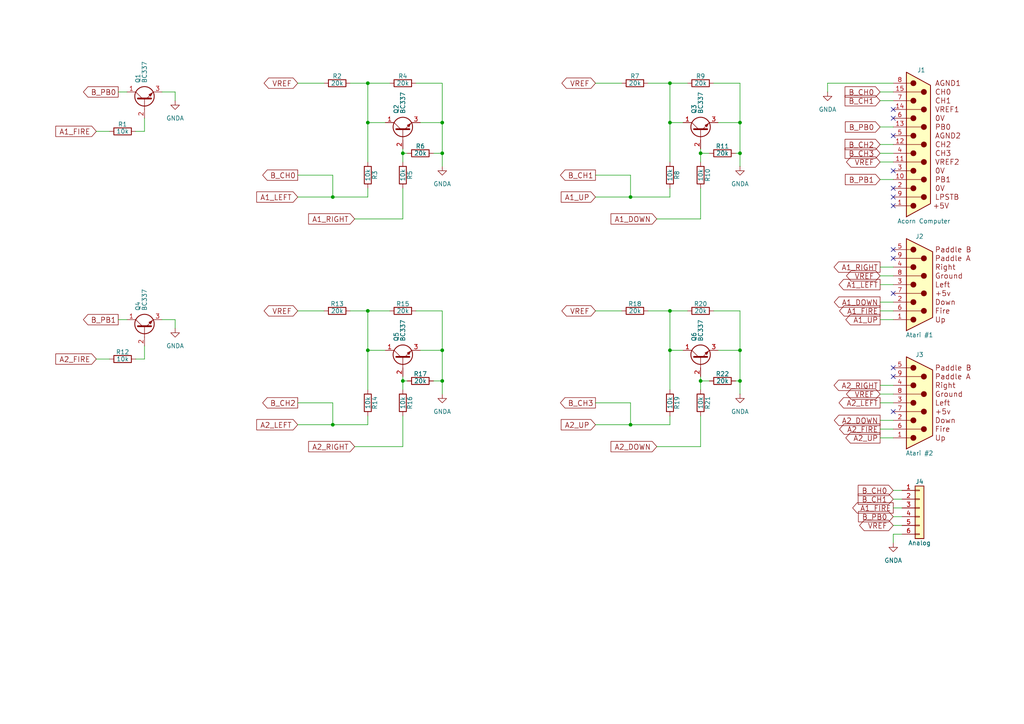
<source format=kicad_sch>
(kicad_sch (version 20250114) (generator "eeschema") (generator_version "9.0")
  (paper "A4")
  (lib_symbols
    (symbol "BC337_1" (pin_names (offset 0) (hide yes))
      (property "Reference" "Q" (at 5.08 1.905 0))
      (property "Value" "BC337" (at 5.08 0 0))
      (symbol "BC337_1_1_1"
        (pin input line (at -5.08 0 0) (length 5.08) (name "B") (number "2"))
        (pin passive line (at 2.54 5.08 270) (length 2.54) (name "C") (number "1"))
        (pin passive line (at 2.54 -5.08 90) (length 2.54) (name "E") (number "3"))
      )
    )
    (symbol "BC337_2" (pin_names (offset 0) (hide yes))
      (property "Reference" "Q" (at 5.08 1.905 0))
      (property "Value" "BC337" (at 5.08 0 0))
      (symbol "BC337_2_1_1"
        (pin input line (at -5.08 0 0) (length 5.08) (name "B") (number "2"))
        (pin passive line (at 2.54 5.08 270) (length 2.54) (name "C") (number "1"))
        (pin passive line (at 2.54 -5.08 90) (length 2.54) (name "E") (number "3"))
      )
    )
    (symbol "BC337_3" (pin_names (offset 0) (hide yes))
      (property "Reference" "Q" (at 5.08 1.905 0))
      (property "Value" "BC337" (at 5.08 0 0))
      (symbol "BC337_3_1_1"
        (pin input line (at -5.08 0 0) (length 5.08) (name "B") (number "2"))
        (pin passive line (at 2.54 5.08 270) (length 2.54) (name "C") (number "1"))
        (pin passive line (at 2.54 -5.08 90) (length 2.54) (name "E") (number "3"))
      )
    )
    (symbol "BC337_4" (pin_names (offset 0) (hide yes))
      (property "Reference" "Q" (at 5.08 1.905 0))
      (property "Value" "BC337" (at 5.08 0 0))
      (symbol "BC337_4_1_1"
        (pin input line (at -5.08 0 0) (length 5.08) (name "B") (number "2"))
        (pin passive line (at 2.54 5.08 270) (length 2.54) (name "C") (number "1"))
        (pin passive line (at 2.54 -5.08 90) (length 2.54) (name "E") (number "3"))
      )
    )
    (symbol "BC337_5" (pin_names (offset 0) (hide yes))
      (property "Reference" "Q" (at 5.08 1.905 0))
      (property "Value" "BC337" (at 5.08 0 0))
      (symbol "BC337_5_1_1"
        (pin input line (at -5.08 0 0) (length 5.08) (name "B") (number "2"))
        (pin passive line (at 2.54 5.08 270) (length 2.54) (name "C") (number "1"))
        (pin passive line (at 2.54 -5.08 90) (length 2.54) (name "E") (number "3"))
      )
    )
    (symbol "BC337_6" (pin_names (offset 0) (hide yes))
      (property "Reference" "Q" (at 5.08 1.905 0))
      (property "Value" "BC337" (at 5.08 0 0))
      (symbol "BC337_6_1_1"
        (pin input line (at -5.08 0 0) (length 5.08) (name "B") (number "2"))
        (pin passive line (at 2.54 5.08 270) (length 2.54) (name "C") (number "1"))
        (pin passive line (at 2.54 -5.08 90) (length 2.54) (name "E") (number "3"))
      )
    )
    (symbol "Conn_01x06_1" (pin_names (offset 1.016) (hide yes))
      (property "Reference" "J" (at 0 7.62 0))
      (property "Value" "Conn_01x06" (at 0 -10.16 0))
      (symbol "Conn_01x06_1_1_1"
        (pin passive line (at -5.08 5.08 0) (length 3.81) (name "Pin_1") (number "1"))
        (pin passive line (at -5.08 2.54 0) (length 3.81) (name "Pin_2") (number "2"))
        (pin passive line (at -5.08 0 0) (length 3.81) (name "Pin_3") (number "3"))
        (pin passive line (at -5.08 -2.54 0) (length 3.81) (name "Pin_4") (number "4"))
        (pin passive line (at -5.08 -5.08 0) (length 3.81) (name "Pin_5") (number "5"))
        (pin passive line (at -5.08 -7.62 0) (length 3.81) (name "Pin_6") (number "6"))
      )
    )
    (symbol "Connector_Generic:Conn_01x06" (pin_names (offset 1.016) (hide yes))
      (property "Reference" "J" (at 0 7.62 0))
      (property "Value" "Conn_01x06" (at 0 -10.16 0))
      (symbol "Conn_01x06_1_1"
        (pin passive line (at -5.08 5.08 0) (length 3.81) (name "Pin_1") (number "1"))
        (pin passive line (at -5.08 2.54 0) (length 3.81) (name "Pin_2") (number "2"))
        (pin passive line (at -5.08 0 0) (length 3.81) (name "Pin_3") (number "3"))
        (pin passive line (at -5.08 -2.54 0) (length 3.81) (name "Pin_4") (number "4"))
        (pin passive line (at -5.08 -5.08 0) (length 3.81) (name "Pin_5") (number "5"))
        (pin passive line (at -5.08 -7.62 0) (length 3.81) (name "Pin_6") (number "6"))
      )
    )
    (symbol "Device:R" (pin_numbers (hide yes)) (pin_names (offset 0))
      (property "Reference" "R" (at 2.032 0 90))
      (property "Value" "R" (at 0 0 90))
      (symbol "R_1_1"
        (pin passive line (at 0 3.81 270) (length 1.27) (name "~") (number "1"))
        (pin passive line (at 0 -3.81 90) (length 1.27) (name "~") (number "2"))
      )
    )
    (symbol "GNDA_1" (power) (pin_names (offset 0))
      (property "Value" "GNDA" (at 0 -3.81 0))
      (symbol "GNDA_1_1_1"
        (pin power_in line (at 0 0 270) (length 0) (hide yes) (name "GNDA") (number "1"))
      )
    )
    (symbol "GNDA_2" (power) (pin_names (offset 0))
      (property "Value" "GNDA" (at 0 -3.81 0))
      (symbol "GNDA_2_1_1"
        (pin power_in line (at 0 0 270) (length 0) (hide yes) (name "GNDA") (number "1"))
      )
    )
    (symbol "GNDA_3" (power) (pin_names (offset 0))
      (property "Value" "GNDA" (at 0 -3.81 0))
      (symbol "GNDA_3_1_1"
        (pin power_in line (at 0 0 270) (length 0) (hide yes) (name "GNDA") (number "1"))
      )
    )
    (symbol "GNDA_4" (power) (pin_names (offset 0))
      (property "Value" "GNDA" (at 0 -3.81 0))
      (symbol "GNDA_4_1_1"
        (pin power_in line (at 0 0 270) (length 0) (hide yes) (name "GNDA") (number "1"))
      )
    )
    (symbol "GNDA_5" (power) (pin_names (offset 0))
      (property "Value" "GNDA" (at 0 -3.81 0))
      (symbol "GNDA_5_1_1"
        (pin power_in line (at 0 0 270) (length 0) (hide yes) (name "GNDA") (number "1"))
      )
    )
    (symbol "GNDA_6" (power) (pin_names (offset 0))
      (property "Value" "GNDA" (at 0 -3.81 0))
      (symbol "GNDA_6_1_1"
        (pin power_in line (at 0 0 270) (length 0) (hide yes) (name "GNDA") (number "1"))
      )
    )
    (symbol "GNDA_7" (power) (pin_names (offset 0))
      (property "Value" "GNDA" (at 0 -3.81 0))
      (symbol "GNDA_7_1_1"
        (pin power_in line (at 0 0 270) (length 0) (hide yes) (name "GNDA") (number "1"))
      )
    )
    (symbol "GNDA_8" (power) (pin_names (offset 0))
      (property "Value" "GNDA" (at 0 -3.81 0))
      (symbol "GNDA_8_1_1"
        (pin power_in line (at 0 0 270) (length 0) (hide yes) (name "GNDA") (number "1"))
      )
    )
    (symbol "R_1" (pin_numbers (hide yes)) (pin_names (offset 0))
      (property "Reference" "R" (at 2.032 0 90))
      (property "Value" "R" (at 0 0 90))
      (symbol "R_1_1_1"
        (pin passive line (at 0 3.81 270) (length 1.27) (name "~") (number "1"))
        (pin passive line (at 0 -3.81 90) (length 1.27) (name "~") (number "2"))
      )
    )
    (symbol "R_10" (pin_numbers (hide yes)) (pin_names (offset 0))
      (property "Reference" "R" (at 2.032 0 90))
      (property "Value" "R" (at 0 0 90))
      (symbol "R_10_1_1"
        (pin passive line (at 0 3.81 270) (length 1.27) (name "~") (number "1"))
        (pin passive line (at 0 -3.81 90) (length 1.27) (name "~") (number "2"))
      )
    )
    (symbol "R_11" (pin_numbers (hide yes)) (pin_names (offset 0))
      (property "Reference" "R" (at 2.032 0 90))
      (property "Value" "R" (at 0 0 90))
      (symbol "R_11_1_1"
        (pin passive line (at 0 3.81 270) (length 1.27) (name "~") (number "1"))
        (pin passive line (at 0 -3.81 90) (length 1.27) (name "~") (number "2"))
      )
    )
    (symbol "R_12" (pin_numbers (hide yes)) (pin_names (offset 0))
      (property "Reference" "R" (at 2.032 0 90))
      (property "Value" "R" (at 0 0 90))
      (symbol "R_12_1_1"
        (pin passive line (at 0 3.81 270) (length 1.27) (name "~") (number "1"))
        (pin passive line (at 0 -3.81 90) (length 1.27) (name "~") (number "2"))
      )
    )
    (symbol "R_13" (pin_numbers (hide yes)) (pin_names (offset 0))
      (property "Reference" "R" (at 2.032 0 90))
      (property "Value" "R" (at 0 0 90))
      (symbol "R_13_1_1"
        (pin passive line (at 0 3.81 270) (length 1.27) (name "~") (number "1"))
        (pin passive line (at 0 -3.81 90) (length 1.27) (name "~") (number "2"))
      )
    )
    (symbol "R_14" (pin_numbers (hide yes)) (pin_names (offset 0))
      (property "Reference" "R" (at 2.032 0 90))
      (property "Value" "R" (at 0 0 90))
      (symbol "R_14_1_1"
        (pin passive line (at 0 3.81 270) (length 1.27) (name "~") (number "1"))
        (pin passive line (at 0 -3.81 90) (length 1.27) (name "~") (number "2"))
      )
    )
    (symbol "R_15" (pin_numbers (hide yes)) (pin_names (offset 0))
      (property "Reference" "R" (at 2.032 0 90))
      (property "Value" "R" (at 0 0 90))
      (symbol "R_15_1_1"
        (pin passive line (at 0 3.81 270) (length 1.27) (name "~") (number "1"))
        (pin passive line (at 0 -3.81 90) (length 1.27) (name "~") (number "2"))
      )
    )
    (symbol "R_16" (pin_numbers (hide yes)) (pin_names (offset 0))
      (property "Reference" "R" (at 2.032 0 90))
      (property "Value" "R" (at 0 0 90))
      (symbol "R_16_1_1"
        (pin passive line (at 0 3.81 270) (length 1.27) (name "~") (number "1"))
        (pin passive line (at 0 -3.81 90) (length 1.27) (name "~") (number "2"))
      )
    )
    (symbol "R_17" (pin_numbers (hide yes)) (pin_names (offset 0))
      (property "Reference" "R" (at 2.032 0 90))
      (property "Value" "R" (at 0 0 90))
      (symbol "R_17_1_1"
        (pin passive line (at 0 3.81 270) (length 1.27) (name "~") (number "1"))
        (pin passive line (at 0 -3.81 90) (length 1.27) (name "~") (number "2"))
      )
    )
    (symbol "R_18" (pin_numbers (hide yes)) (pin_names (offset 0))
      (property "Reference" "R" (at 2.032 0 90))
      (property "Value" "R" (at 0 0 90))
      (symbol "R_18_1_1"
        (pin passive line (at 0 3.81 270) (length 1.27) (name "~") (number "1"))
        (pin passive line (at 0 -3.81 90) (length 1.27) (name "~") (number "2"))
      )
    )
    (symbol "R_19" (pin_numbers (hide yes)) (pin_names (offset 0))
      (property "Reference" "R" (at 2.032 0 90))
      (property "Value" "R" (at 0 0 90))
      (symbol "R_19_1_1"
        (pin passive line (at 0 3.81 270) (length 1.27) (name "~") (number "1"))
        (pin passive line (at 0 -3.81 90) (length 1.27) (name "~") (number "2"))
      )
    )
    (symbol "R_2" (pin_numbers (hide yes)) (pin_names (offset 0))
      (property "Reference" "R" (at 2.032 0 90))
      (property "Value" "R" (at 0 0 90))
      (symbol "R_2_1_1"
        (pin passive line (at 0 3.81 270) (length 1.27) (name "~") (number "1"))
        (pin passive line (at 0 -3.81 90) (length 1.27) (name "~") (number "2"))
      )
    )
    (symbol "R_20" (pin_numbers (hide yes)) (pin_names (offset 0))
      (property "Reference" "R" (at 2.032 0 90))
      (property "Value" "R" (at 0 0 90))
      (symbol "R_20_1_1"
        (pin passive line (at 0 3.81 270) (length 1.27) (name "~") (number "1"))
        (pin passive line (at 0 -3.81 90) (length 1.27) (name "~") (number "2"))
      )
    )
    (symbol "R_21" (pin_numbers (hide yes)) (pin_names (offset 0))
      (property "Reference" "R" (at 2.032 0 90))
      (property "Value" "R" (at 0 0 90))
      (symbol "R_21_1_1"
        (pin passive line (at 0 3.81 270) (length 1.27) (name "~") (number "1"))
        (pin passive line (at 0 -3.81 90) (length 1.27) (name "~") (number "2"))
      )
    )
    (symbol "R_22" (pin_numbers (hide yes)) (pin_names (offset 0))
      (property "Reference" "R" (at 2.032 0 90))
      (property "Value" "R" (at 0 0 90))
      (symbol "R_22_1_1"
        (pin passive line (at 0 3.81 270) (length 1.27) (name "~") (number "1"))
        (pin passive line (at 0 -3.81 90) (length 1.27) (name "~") (number "2"))
      )
    )
    (symbol "R_3" (pin_numbers (hide yes)) (pin_names (offset 0))
      (property "Reference" "R" (at 2.032 0 90))
      (property "Value" "R" (at 0 0 90))
      (symbol "R_3_1_1"
        (pin passive line (at 0 3.81 270) (length 1.27) (name "~") (number "1"))
        (pin passive line (at 0 -3.81 90) (length 1.27) (name "~") (number "2"))
      )
    )
    (symbol "R_4" (pin_numbers (hide yes)) (pin_names (offset 0))
      (property "Reference" "R" (at 2.032 0 90))
      (property "Value" "R" (at 0 0 90))
      (symbol "R_4_1_1"
        (pin passive line (at 0 3.81 270) (length 1.27) (name "~") (number "1"))
        (pin passive line (at 0 -3.81 90) (length 1.27) (name "~") (number "2"))
      )
    )
    (symbol "R_5" (pin_numbers (hide yes)) (pin_names (offset 0))
      (property "Reference" "R" (at 2.032 0 90))
      (property "Value" "R" (at 0 0 90))
      (symbol "R_5_1_1"
        (pin passive line (at 0 3.81 270) (length 1.27) (name "~") (number "1"))
        (pin passive line (at 0 -3.81 90) (length 1.27) (name "~") (number "2"))
      )
    )
    (symbol "R_6" (pin_numbers (hide yes)) (pin_names (offset 0))
      (property "Reference" "R" (at 2.032 0 90))
      (property "Value" "R" (at 0 0 90))
      (symbol "R_6_1_1"
        (pin passive line (at 0 3.81 270) (length 1.27) (name "~") (number "1"))
        (pin passive line (at 0 -3.81 90) (length 1.27) (name "~") (number "2"))
      )
    )
    (symbol "R_7" (pin_numbers (hide yes)) (pin_names (offset 0))
      (property "Reference" "R" (at 2.032 0 90))
      (property "Value" "R" (at 0 0 90))
      (symbol "R_7_1_1"
        (pin passive line (at 0 3.81 270) (length 1.27) (name "~") (number "1"))
        (pin passive line (at 0 -3.81 90) (length 1.27) (name "~") (number "2"))
      )
    )
    (symbol "R_8" (pin_numbers (hide yes)) (pin_names (offset 0))
      (property "Reference" "R" (at 2.032 0 90))
      (property "Value" "R" (at 0 0 90))
      (symbol "R_8_1_1"
        (pin passive line (at 0 3.81 270) (length 1.27) (name "~") (number "1"))
        (pin passive line (at 0 -3.81 90) (length 1.27) (name "~") (number "2"))
      )
    )
    (symbol "R_9" (pin_numbers (hide yes)) (pin_names (offset 0))
      (property "Reference" "R" (at 2.032 0 90))
      (property "Value" "R" (at 0 0 90))
      (symbol "R_9_1_1"
        (pin passive line (at 0 3.81 270) (length 1.27) (name "~") (number "1"))
        (pin passive line (at 0 -3.81 90) (length 1.27) (name "~") (number "2"))
      )
    )
    (symbol "Transistor_BJT:BC337" (pin_names (offset 0) (hide yes))
      (property "Reference" "Q" (at 5.08 1.905 0))
      (property "Value" "BC337" (at 5.08 0 0))
      (symbol "BC337_1_1"
        (pin input line (at -5.08 0 0) (length 2.54) (name "B") (number "2"))
        (pin passive line (at 2.54 5.08 270) (length 2.54) (name "C") (number "1"))
        (pin passive line (at 2.54 -5.08 90) (length 2.54) (name "E") (number "3"))
      )
    )
    (symbol "ports:Atari_Joystick" (pin_names (offset 1.016) (hide yes))
      (property "Reference" "J" (at 0 13.97 0))
      (property "Value" "Atari_Joystick" (at 0 -14.605 0))
      (symbol "Atari_Joystick_0_0"
        (text "Paddle B" (at 4.445 10.16 0) (effects (font (size 1.524 1.524)) (justify left)))
        (text "Paddle A" (at 4.445 7.62 0) (effects (font (size 1.524 1.524)) (justify left)))
        (text "Right" (at 4.445 5.08 0) (effects (font (size 1.524 1.524)) (justify left)))
        (text "Ground" (at 4.445 2.54 0) (effects (font (size 1.524 1.524)) (justify left)))
        (text "Left" (at 4.445 0 0) (effects (font (size 1.524 1.524)) (justify left)))
        (text "+5v" (at 4.445 -2.54 0) (effects (font (size 1.524 1.524)) (justify left)))
        (text "Down" (at 4.445 -5.08 0) (effects (font (size 1.524 1.524)) (justify left)))
        (text "Fire" (at 4.445 -7.62 0) (effects (font (size 1.524 1.524)) (justify left)))
        (text "Up" (at 4.445 -10.16 0) (effects (font (size 1.524 1.524)) (justify left)))
      )
      (symbol "Atari_Joystick_1_1"
        (pin passive line (at -7.62 10.16 0) (length 3.81) (name "5") (number "5"))
        (pin passive line (at -7.62 7.62 0) (length 3.81) (name "9") (number "9"))
        (pin passive line (at -7.62 5.08 0) (length 3.81) (name "4") (number "4"))
        (pin passive line (at -7.62 2.54 0) (length 3.81) (name "8") (number "8"))
        (pin passive line (at -7.62 0 0) (length 3.81) (name "3") (number "3"))
        (pin passive line (at -7.62 -2.54 0) (length 3.81) (name "7") (number "7"))
        (pin passive line (at -7.62 -5.08 0) (length 3.81) (name "2") (number "2"))
        (pin passive line (at -7.62 -7.62 0) (length 3.81) (name "6") (number "6"))
        (pin passive line (at -7.62 -10.16 0) (length 3.81) (name "1") (number "1"))
      )
    )
    (symbol "ports:BBC_Analog" (pin_names (offset 1.016) (hide yes))
      (property "Reference" "J" (at 0.508 21.59 0))
      (property "Value" "BBC_Analog" (at 0 -22.225 0))
      (symbol "BBC_Analog_0_0"
        (text "+5V" (at 3.81 -17.78 0) (effects (font (size 1.524 1.524)) (justify left)))
        (text "AGND1" (at 4.445 17.78 0) (effects (font (size 1.524 1.524)) (justify left)))
        (text "CH0" (at 4.445 15.24 0) (effects (font (size 1.524 1.524)) (justify left)))
        (text "CH1" (at 4.445 12.7 0) (effects (font (size 1.524 1.524)) (justify left)))
        (text "VREF1" (at 4.445 10.16 0) (effects (font (size 1.524 1.524)) (justify left)))
        (text "0V" (at 4.445 7.62 0) (effects (font (size 1.524 1.524)) (justify left)))
        (text "PB0" (at 4.445 5.08 0) (effects (font (size 1.524 1.524)) (justify left)))
        (text "AGND2" (at 4.445 2.54 0) (effects (font (size 1.524 1.524)) (justify left)))
        (text "CH2" (at 4.445 0 0) (effects (font (size 1.524 1.524)) (justify left)))
        (text "CH3" (at 4.445 -2.54 0) (effects (font (size 1.524 1.524)) (justify left)))
        (text "VREF2" (at 4.445 -5.08 0) (effects (font (size 1.524 1.524)) (justify left)))
        (text "0V" (at 4.445 -7.62 0) (effects (font (size 1.524 1.524)) (justify left)))
        (text "PB1" (at 4.445 -10.16 0) (effects (font (size 1.524 1.524)) (justify left)))
        (text "0V" (at 4.445 -12.7 0) (effects (font (size 1.524 1.524)) (justify left)))
        (text "LPSTB" (at 4.445 -15.24 0) (effects (font (size 1.524 1.524)) (justify left)))
      )
      (symbol "BBC_Analog_1_1"
        (pin power_out line (at -7.62 17.78 0) (length 3.81) (name "8") (number "8"))
        (pin passive line (at -7.62 15.24 0) (length 3.81) (name "P15") (number "15"))
        (pin passive line (at -7.62 12.7 0) (length 3.81) (name "7") (number "7"))
        (pin passive line (at -7.62 10.16 0) (length 3.81) (name "P14") (number "14"))
        (pin passive line (at -7.62 7.62 0) (length 3.81) (name "6") (number "6"))
        (pin passive line (at -7.62 5.08 0) (length 3.81) (name "P13") (number "13"))
        (pin passive line (at -7.62 2.54 0) (length 3.81) (name "5") (number "5"))
        (pin passive line (at -7.62 0 0) (length 3.81) (name "P12") (number "12"))
        (pin passive line (at -7.62 -2.54 0) (length 3.81) (name "4") (number "4"))
        (pin passive line (at -7.62 -5.08 0) (length 3.81) (name "P111") (number "11"))
        (pin passive line (at -7.62 -7.62 0) (length 3.81) (name "3") (number "3"))
        (pin passive line (at -7.62 -10.16 0) (length 3.81) (name "P10") (number "10"))
        (pin passive line (at -7.62 -12.7 0) (length 3.81) (name "2") (number "2"))
        (pin passive line (at -7.62 -15.24 0) (length 3.81) (name "P9") (number "9"))
        (pin passive line (at -7.62 -17.78 0) (length 3.81) (name "1") (number "1"))
      )
    )
    (symbol "power:GNDA" (power) (pin_numbers (hide yes)) (pin_names (offset 0) (hide yes))
      (property "Value" "GNDA" (at 0 -3.81 0))
      (symbol "GNDA_1_1"
        (pin power_in line (at 0 0 270) (length 0) (name "~") (number "1"))
      )
    )
  )
  (junction (at 203.2 44.45))
  (junction (at 214.63 44.45))
  (junction (at 96.52 57.15))
  (junction (at 194.31 101.6))
  (junction (at 182.88 123.19))
  (junction (at 128.27 110.49))
  (junction (at 128.27 101.6))
  (junction (at 106.68 90.17))
  (junction (at 128.27 35.56))
  (junction (at 214.63 110.49))
  (junction (at 194.31 35.56))
  (junction (at 116.84 110.49))
  (junction (at 194.31 24.13))
  (junction (at 194.31 90.17))
  (junction (at 128.27 44.45))
  (junction (at 116.84 44.45))
  (junction (at 214.63 35.56))
  (junction (at 106.68 101.6))
  (junction (at 203.2 110.49))
  (junction (at 106.68 35.56))
  (junction (at 214.63 101.6))
  (junction (at 182.88 57.15))
  (junction (at 96.52 123.19))
  (junction (at 106.68 24.13))
  (no_connect (at 259.08 72.39))
  (no_connect (at 259.08 39.37))
  (no_connect (at 259.08 57.15))
  (no_connect (at 259.08 119.38))
  (no_connect (at 259.08 34.29))
  (no_connect (at 259.08 59.69))
  (no_connect (at 259.08 74.93))
  (no_connect (at 259.08 54.61))
  (no_connect (at 259.08 49.53))
  (no_connect (at 259.08 31.75))
  (no_connect (at 259.08 109.22))
  (no_connect (at 259.08 85.09))
  (no_connect (at 259.08 106.68))
  (wire (pts (xy 121.92 101.6) (xy 128.27 101.6)))
  (wire (pts (xy 128.27 110.49) (xy 128.27 114.3)))
  (wire (pts (xy 116.84 129.54) (xy 102.87 129.54)))
  (wire (pts (xy 128.27 101.6) (xy 128.27 110.49)))
  (wire (pts (xy 96.52 123.19) (xy 106.68 123.19)))
  (wire (pts (xy 207.01 90.17) (xy 214.63 90.17)))
  (wire (pts (xy 259.08 154.94) (xy 259.08 157.48)))
  (wire (pts (xy 50.8 95.25) (xy 50.8 92.71)))
  (wire (pts (xy 213.36 44.45) (xy 214.63 44.45)))
  (wire (pts (xy 259.08 29.21) (xy 255.27 29.21)))
  (wire (pts (xy 214.63 44.45) (xy 214.63 48.26)))
  (wire (pts (xy 125.73 110.49) (xy 128.27 110.49)))
  (wire (pts (xy 203.2 110.49) (xy 203.2 113.03)))
  (wire (pts (xy 106.68 101.6) (xy 106.68 113.03)))
  (wire (pts (xy 194.31 35.56) (xy 198.12 35.56)))
  (wire (pts (xy 96.52 50.8) (xy 96.52 57.15)))
  (wire (pts (xy 125.73 44.45) (xy 128.27 44.45)))
  (wire (pts (xy 86.36 50.8) (xy 96.52 50.8)))
  (wire (pts (xy 116.84 120.65) (xy 116.84 129.54)))
  (wire (pts (xy 194.31 90.17) (xy 199.39 90.17)))
  (wire (pts (xy 194.31 35.56) (xy 194.31 46.99)))
  (wire (pts (xy 240.03 26.67) (xy 240.03 24.13)))
  (wire (pts (xy 194.31 24.13) (xy 194.31 35.56)))
  (wire (pts (xy 86.36 116.84) (xy 96.52 116.84)))
  (wire (pts (xy 194.31 101.6) (xy 198.12 101.6)))
  (wire (pts (xy 116.84 110.49) (xy 118.11 110.49)))
  (wire (pts (xy 128.27 90.17) (xy 128.27 101.6)))
  (wire (pts (xy 86.36 57.15) (xy 96.52 57.15)))
  (wire (pts (xy 128.27 44.45) (xy 128.27 48.26)))
  (wire (pts (xy 255.27 127) (xy 259.08 127)))
  (wire (pts (xy 116.84 44.45) (xy 116.84 46.99)))
  (wire (pts (xy 41.91 100.33) (xy 41.91 104.14)))
  (wire (pts (xy 214.63 101.6) (xy 214.63 110.49)))
  (wire (pts (xy 96.52 57.15) (xy 106.68 57.15)))
  (wire (pts (xy 86.36 90.17) (xy 93.98 90.17)))
  (wire (pts (xy 214.63 110.49) (xy 214.63 114.3)))
  (wire (pts (xy 172.72 50.8) (xy 182.88 50.8)))
  (wire (pts (xy 128.27 35.56) (xy 128.27 44.45)))
  (wire (pts (xy 86.36 24.13) (xy 93.98 24.13)))
  (wire (pts (xy 203.2 43.18) (xy 203.2 44.45)))
  (wire (pts (xy 106.68 57.15) (xy 106.68 54.61)))
  (wire (pts (xy 255.27 36.83) (xy 259.08 36.83)))
  (wire (pts (xy 208.28 35.56) (xy 214.63 35.56)))
  (wire (pts (xy 214.63 35.56) (xy 214.63 44.45)))
  (wire (pts (xy 41.91 34.29) (xy 41.91 38.1)))
  (wire (pts (xy 203.2 63.5) (xy 190.5 63.5)))
  (wire (pts (xy 128.27 24.13) (xy 128.27 35.56)))
  (wire (pts (xy 41.91 104.14) (xy 39.37 104.14)))
  (wire (pts (xy 187.96 90.17) (xy 194.31 90.17)))
  (wire (pts (xy 255.27 26.67) (xy 259.08 26.67)))
  (wire (pts (xy 182.88 116.84) (xy 182.88 123.19)))
  (wire (pts (xy 106.68 24.13) (xy 113.03 24.13)))
  (wire (pts (xy 36.83 92.71) (xy 34.29 92.71)))
  (wire (pts (xy 121.92 35.56) (xy 128.27 35.56)))
  (wire (pts (xy 213.36 110.49) (xy 214.63 110.49)))
  (wire (pts (xy 96.52 116.84) (xy 96.52 123.19)))
  (wire (pts (xy 120.65 90.17) (xy 128.27 90.17)))
  (wire (pts (xy 203.2 129.54) (xy 190.5 129.54)))
  (wire (pts (xy 203.2 54.61) (xy 203.2 63.5)))
  (wire (pts (xy 194.31 57.15) (xy 194.31 54.61)))
  (wire (pts (xy 172.72 24.13) (xy 180.34 24.13)))
  (wire (pts (xy 116.84 43.18) (xy 116.84 44.45)))
  (wire (pts (xy 50.8 26.67) (xy 46.99 26.67)))
  (wire (pts (xy 50.8 92.71) (xy 46.99 92.71)))
  (wire (pts (xy 50.8 29.21) (xy 50.8 26.67)))
  (wire (pts (xy 194.31 123.19) (xy 194.31 120.65)))
  (wire (pts (xy 27.94 38.1) (xy 31.75 38.1)))
  (wire (pts (xy 203.2 44.45) (xy 203.2 46.99)))
  (wire (pts (xy 259.08 152.4) (xy 261.62 152.4)))
  (wire (pts (xy 259.08 80.01) (xy 255.27 80.01)))
  (wire (pts (xy 182.88 57.15) (xy 194.31 57.15)))
  (wire (pts (xy 41.91 38.1) (xy 39.37 38.1)))
  (wire (pts (xy 187.96 24.13) (xy 194.31 24.13)))
  (wire (pts (xy 259.08 147.32) (xy 261.62 147.32)))
  (wire (pts (xy 255.27 46.99) (xy 259.08 46.99)))
  (wire (pts (xy 255.27 77.47) (xy 259.08 77.47)))
  (wire (pts (xy 106.68 90.17) (xy 106.68 101.6)))
  (wire (pts (xy 259.08 124.46) (xy 255.27 124.46)))
  (wire (pts (xy 116.84 54.61) (xy 116.84 63.5)))
  (wire (pts (xy 203.2 110.49) (xy 205.74 110.49)))
  (wire (pts (xy 101.6 90.17) (xy 106.68 90.17)))
  (wire (pts (xy 259.08 87.63) (xy 255.27 87.63)))
  (wire (pts (xy 203.2 109.22) (xy 203.2 110.49)))
  (wire (pts (xy 214.63 90.17) (xy 214.63 101.6)))
  (wire (pts (xy 261.62 154.94) (xy 259.08 154.94)))
  (wire (pts (xy 182.88 50.8) (xy 182.88 57.15)))
  (wire (pts (xy 116.84 109.22) (xy 116.84 110.49)))
  (wire (pts (xy 116.84 44.45) (xy 118.11 44.45)))
  (wire (pts (xy 106.68 24.13) (xy 106.68 35.56)))
  (wire (pts (xy 182.88 123.19) (xy 194.31 123.19)))
  (wire (pts (xy 106.68 35.56) (xy 111.76 35.56)))
  (wire (pts (xy 207.01 24.13) (xy 214.63 24.13)))
  (wire (pts (xy 172.72 90.17) (xy 180.34 90.17)))
  (wire (pts (xy 255.27 82.55) (xy 259.08 82.55)))
  (wire (pts (xy 172.72 116.84) (xy 182.88 116.84)))
  (wire (pts (xy 194.31 101.6) (xy 194.31 113.03)))
  (wire (pts (xy 36.83 26.67) (xy 34.29 26.67)))
  (wire (pts (xy 259.08 149.86) (xy 261.62 149.86)))
  (wire (pts (xy 255.27 44.45) (xy 259.08 44.45)))
  (wire (pts (xy 172.72 123.19) (xy 182.88 123.19)))
  (wire (pts (xy 203.2 120.65) (xy 203.2 129.54)))
  (wire (pts (xy 106.68 101.6) (xy 111.76 101.6)))
  (wire (pts (xy 172.72 57.15) (xy 182.88 57.15)))
  (wire (pts (xy 27.94 104.14) (xy 31.75 104.14)))
  (wire (pts (xy 106.68 123.19) (xy 106.68 120.65)))
  (wire (pts (xy 255.27 41.91) (xy 259.08 41.91)))
  (wire (pts (xy 214.63 24.13) (xy 214.63 35.56)))
  (wire (pts (xy 255.27 111.76) (xy 259.08 111.76)))
  (wire (pts (xy 259.08 121.92) (xy 255.27 121.92)))
  (wire (pts (xy 194.31 90.17) (xy 194.31 101.6)))
  (wire (pts (xy 106.68 35.56) (xy 106.68 46.99)))
  (wire (pts (xy 120.65 24.13) (xy 128.27 24.13)))
  (wire (pts (xy 203.2 44.45) (xy 205.74 44.45)))
  (wire (pts (xy 240.03 24.13) (xy 259.08 24.13)))
  (wire (pts (xy 86.36 123.19) (xy 96.52 123.19)))
  (wire (pts (xy 194.31 24.13) (xy 199.39 24.13)))
  (wire (pts (xy 259.08 144.78) (xy 261.62 144.78)))
  (wire (pts (xy 106.68 90.17) (xy 113.03 90.17)))
  (wire (pts (xy 101.6 24.13) (xy 106.68 24.13)))
  (wire (pts (xy 116.84 63.5) (xy 102.87 63.5)))
  (wire (pts (xy 208.28 101.6) (xy 214.63 101.6)))
  (wire (pts (xy 259.08 90.17) (xy 255.27 90.17)))
  (wire (pts (xy 255.27 92.71) (xy 259.08 92.71)))
  (wire (pts (xy 259.08 142.24) (xy 261.62 142.24)))
  (wire (pts (xy 255.27 52.07) (xy 259.08 52.07)))
  (wire (pts (xy 116.84 110.49) (xy 116.84 113.03)))
  (wire (pts (xy 259.08 114.3) (xy 255.27 114.3)))
  (wire (pts (xy 255.27 116.84) (xy 259.08 116.84)))
  (global_label "B_PB0" (shape input) (at 255.27 36.83 180) (effects (font (size 1.524 1.524))) (property "Intersheetrefs" "${INTERSHEET_REFS}" (effects (hide yes))))
  (global_label "B_CH2" (shape output) (at 86.36 116.84 180) (effects (font (size 1.524 1.524))) (property "Intersheetrefs" "${INTERSHEET_REFS}" (effects (hide yes))))
  (global_label "B_CH3" (shape output) (at 172.72 116.84 180) (effects (font (size 1.524 1.524))) (property "Intersheetrefs" "${INTERSHEET_REFS}" (effects (hide yes))))
  (global_label "B_CH3" (shape input) (at 255.27 44.45 180) (effects (font (size 1.524 1.524))) (property "Intersheetrefs" "${INTERSHEET_REFS}" (effects (hide yes))))
  (global_label "B_CH2" (shape input) (at 255.27 41.91 180) (effects (font (size 1.524 1.524))) (property "Intersheetrefs" "${INTERSHEET_REFS}" (effects (hide yes))))
  (global_label "VREF" (shape bidirectional) (at 255.27 114.3 180) (effects (font (size 1.524 1.524))) (property "Intersheetrefs" "${INTERSHEET_REFS}" (effects (hide yes))))
  (global_label "A1_LEFT" (shape output) (at 255.27 82.55 180) (effects (font (size 1.524 1.524))) (property "Intersheetrefs" "${INTERSHEET_REFS}" (effects (hide yes))))
  (global_label "B_CH1" (shape input) (at 255.27 29.21 180) (effects (font (size 1.524 1.524))) (property "Intersheetrefs" "${INTERSHEET_REFS}" (effects (hide yes))))
  (global_label "A1_FIRE" (shape input) (at 27.94 38.1 180) (effects (font (size 1.524 1.524))) (property "Intersheetrefs" "${INTERSHEET_REFS}" (effects (hide yes))))
  (global_label "A2_LEFT" (shape output) (at 255.27 116.84 180) (effects (font (size 1.524 1.524))) (property "Intersheetrefs" "${INTERSHEET_REFS}" (effects (hide yes))))
  (global_label "B_PB0" (shape output) (at 34.29 26.67 180) (effects (font (size 1.524 1.524))) (property "Intersheetrefs" "${INTERSHEET_REFS}" (effects (hide yes))))
  (global_label "A2_LEFT" (shape input) (at 86.36 123.19 180) (effects (font (size 1.524 1.524))) (property "Intersheetrefs" "${INTERSHEET_REFS}" (effects (hide yes))))
  (global_label "A1_DOWN" (shape input) (at 190.5 63.5 180) (effects (font (size 1.524 1.524))) (property "Intersheetrefs" "${INTERSHEET_REFS}" (effects (hide yes))))
  (global_label "A2_RIGHT" (shape input) (at 102.87 129.54 180) (effects (font (size 1.524 1.524))) (property "Intersheetrefs" "${INTERSHEET_REFS}" (effects (hide yes))))
  (global_label "B_PB0" (shape input) (at 259.08 149.86 180) (effects (font (size 1.524 1.524))) (property "Intersheetrefs" "${INTERSHEET_REFS}" (effects (hide yes))))
  (global_label "B_PB1" (shape input) (at 255.27 52.07 180) (effects (font (size 1.524 1.524))) (property "Intersheetrefs" "${INTERSHEET_REFS}" (effects (hide yes))))
  (global_label "VREF" (shape bidirectional) (at 255.27 46.99 180) (effects (font (size 1.524 1.524))) (property "Intersheetrefs" "${INTERSHEET_REFS}" (effects (hide yes))))
  (global_label "A2_FIRE" (shape input) (at 27.94 104.14 180) (effects (font (size 1.524 1.524))) (property "Intersheetrefs" "${INTERSHEET_REFS}" (effects (hide yes))))
  (global_label "A2_DOWN" (shape input) (at 190.5 129.54 180) (effects (font (size 1.524 1.524))) (property "Intersheetrefs" "${INTERSHEET_REFS}" (effects (hide yes))))
  (global_label "B_PB1" (shape output) (at 34.29 92.71 180) (effects (font (size 1.524 1.524))) (property "Intersheetrefs" "${INTERSHEET_REFS}" (effects (hide yes))))
  (global_label "VREF" (shape bidirectional) (at 172.72 24.13 180) (effects (font (size 1.524 1.524))) (property "Intersheetrefs" "${INTERSHEET_REFS}" (effects (hide yes))))
  (global_label "B_CH1" (shape input) (at 259.08 144.78 180) (effects (font (size 1.524 1.524))) (property "Intersheetrefs" "${INTERSHEET_REFS}" (effects (hide yes))))
  (global_label "A1_RIGHT" (shape output) (at 255.27 77.47 180) (effects (font (size 1.524 1.524))) (property "Intersheetrefs" "${INTERSHEET_REFS}" (effects (hide yes))))
  (global_label "A2_UP" (shape output) (at 255.27 127 180) (effects (font (size 1.524 1.524))) (property "Intersheetrefs" "${INTERSHEET_REFS}" (effects (hide yes))))
  (global_label "A2_RIGHT" (shape output) (at 255.27 111.76 180) (effects (font (size 1.524 1.524))) (property "Intersheetrefs" "${INTERSHEET_REFS}" (effects (hide yes))))
  (global_label "A2_UP" (shape input) (at 172.72 123.19 180) (effects (font (size 1.524 1.524))) (property "Intersheetrefs" "${INTERSHEET_REFS}" (effects (hide yes))))
  (global_label "A2_FIRE" (shape output) (at 255.27 124.46 180) (effects (font (size 1.524 1.524))) (property "Intersheetrefs" "${INTERSHEET_REFS}" (effects (hide yes))))
  (global_label "VREF" (shape bidirectional) (at 259.08 152.4 180) (effects (font (size 1.524 1.524))) (property "Intersheetrefs" "${INTERSHEET_REFS}" (effects (hide yes))))
  (global_label "A1_RIGHT" (shape input) (at 102.87 63.5 180) (effects (font (size 1.524 1.524))) (property "Intersheetrefs" "${INTERSHEET_REFS}" (effects (hide yes))))
  (global_label "B_CH0" (shape input) (at 259.08 142.24 180) (effects (font (size 1.524 1.524))) (property "Intersheetrefs" "${INTERSHEET_REFS}" (effects (hide yes))))
  (global_label "A1_LEFT" (shape input) (at 86.36 57.15 180) (effects (font (size 1.524 1.524))) (property "Intersheetrefs" "${INTERSHEET_REFS}" (effects (hide yes))))
  (global_label "A1_UP" (shape input) (at 172.72 57.15 180) (effects (font (size 1.524 1.524))) (property "Intersheetrefs" "${INTERSHEET_REFS}" (effects (hide yes))))
  (global_label "B_CH0" (shape input) (at 255.27 26.67 180) (effects (font (size 1.524 1.524))) (property "Intersheetrefs" "${INTERSHEET_REFS}" (effects (hide yes))))
  (global_label "VREF" (shape bidirectional) (at 255.27 80.01 180) (effects (font (size 1.524 1.524))) (property "Intersheetrefs" "${INTERSHEET_REFS}" (effects (hide yes))))
  (global_label "VREF" (shape bidirectional) (at 86.36 24.13 180) (effects (font (size 1.524 1.524))) (property "Intersheetrefs" "${INTERSHEET_REFS}" (effects (hide yes))))
  (global_label "VREF" (shape bidirectional) (at 86.36 90.17 180) (effects (font (size 1.524 1.524))) (property "Intersheetrefs" "${INTERSHEET_REFS}" (effects (hide yes))))
  (global_label "A1_UP" (shape output) (at 255.27 92.71 180) (effects (font (size 1.524 1.524))) (property "Intersheetrefs" "${INTERSHEET_REFS}" (effects (hide yes))))
  (global_label "A2_DOWN" (shape output) (at 255.27 121.92 180) (effects (font (size 1.524 1.524))) (property "Intersheetrefs" "${INTERSHEET_REFS}" (effects (hide yes))))
  (global_label "A1_FIRE" (shape output) (at 255.27 90.17 180) (effects (font (size 1.524 1.524))) (property "Intersheetrefs" "${INTERSHEET_REFS}" (effects (hide yes))))
  (global_label "A1_DOWN" (shape output) (at 255.27 87.63 180) (effects (font (size 1.524 1.524))) (property "Intersheetrefs" "${INTERSHEET_REFS}" (effects (hide yes))))
  (global_label "A1_FIRE" (shape output) (at 259.08 147.32 180) (effects (font (size 1.524 1.524))) (property "Intersheetrefs" "${INTERSHEET_REFS}" (effects (hide yes))))
  (global_label "VREF" (shape bidirectional) (at 172.72 90.17 180) (effects (font (size 1.524 1.524))) (property "Intersheetrefs" "${INTERSHEET_REFS}" (effects (hide yes))))
  (global_label "B_CH0" (shape output) (at 86.36 50.8 180) (effects (font (size 1.524 1.524))) (property "Intersheetrefs" "${INTERSHEET_REFS}" (effects (hide yes))))
  (global_label "B_CH1" (shape output) (at 172.72 50.8 180) (effects (font (size 1.524 1.524))) (property "Intersheetrefs" "${INTERSHEET_REFS}" (effects (hide yes))))
  (symbol (lib_id "ports:BBC_Analog") (at 266.7 41.91 0) (unit 1)
    (property "Reference" "J1" (at 267.208 20.32 0))
    (property "Value" "Acorn Computer" (at 267.97 64.135 0))
    (property "Footprint" "RND_DSUB:DSUB-15_Male_Vertical_Pitch2.77x2.84mm" (effects (hide yes)))
  )
  (symbol (lib_id "ports:Atari_Joystick") (at 266.7 82.55 0) (unit 1)
    (property "Reference" "J2" (at 266.7 68.58 0))
    (property "Value" "Atari #1" (at 266.7 97.155 0))
    (property "Footprint" "RND_DSUB:DSUB-9_Male_Vertical_Pitch2.77x2.84mm" (effects (hide yes)))
  )
  (symbol (lib_id "Transistor_BJT:BC337") (at 41.91 29.21 90) (unit 1)
    (property "Reference" "Q1" (at 40.005 24.13 0) (effects (justify left)))
    (property "Value" "BC337" (at 41.91 24.13 0) (effects (justify left)))
    (property "Footprint" "Package_TO_SOT_THT:TO-92_Inline_Wide" (effects (hide yes)))
    (property "Datasheet" "https://diotec.com/tl_files/diotec/files/pdf/datasheets/bc337.pdf" (effects (hide yes)))
    (property "Description" "0.8A Ic, 45V Vce, NPN Transistor, TO-92" (effects (hide yes)))
  )
  (symbol (lib_id "Device:R") (at 35.56 38.1 90) (unit 1)
    (property "Reference" "R1" (at 35.56 36.068 90))
    (property "Value" "10k" (at 35.56 38.1 90))
    (property "Footprint" "Resistor_THT:R_Axial_DIN0207_L6.3mm_D2.5mm_P10.16mm_Horizontal" (effects (hide yes)))
    (property "Description" "Resistor" (effects (hide yes)))
  )
  (symbol (lib_id "Transistor_BJT:BC337") (at 116.84 38.1 90) (unit 1)
    (property "Reference" "Q2" (at 114.935 33.02 0) (effects (justify left)))
    (property "Value" "BC337" (at 116.84 33.02 0) (effects (justify left)))
    (property "Footprint" "Package_TO_SOT_THT:TO-92_Inline_Wide" (effects (hide yes)))
    (property "Datasheet" "https://diotec.com/tl_files/diotec/files/pdf/datasheets/bc337.pdf" (effects (hide yes)))
    (property "Description" "0.8A Ic, 45V Vce, NPN Transistor, TO-92" (effects (hide yes)))
  )
  (symbol (lib_id "Device:R") (at 121.92 44.45 90) (unit 1)
    (property "Reference" "R6" (at 121.92 42.418 90))
    (property "Value" "20k" (at 121.92 44.45 90))
    (property "Footprint" "Resistor_THT:R_Axial_DIN0207_L6.3mm_D2.5mm_P10.16mm_Horizontal" (effects (hide yes)))
    (property "Description" "Resistor" (effects (hide yes)))
  )
  (symbol (lib_id "Device:R") (at 116.84 50.8 0) (unit 1)
    (property "Reference" "R5" (at 118.872 50.8 90))
    (property "Value" "10k" (at 116.84 50.8 90))
    (property "Footprint" "Resistor_THT:R_Axial_DIN0207_L6.3mm_D2.5mm_P10.16mm_Horizontal" (effects (hide yes)))
    (property "Description" "Resistor" (effects (hide yes)))
  )
  (symbol (lib_id "Device:R") (at 116.84 24.13 90) (unit 1)
    (property "Reference" "R4" (at 116.84 22.098 90))
    (property "Value" "20k" (at 116.84 24.13 90))
    (property "Footprint" "Resistor_THT:R_Axial_DIN0207_L6.3mm_D2.5mm_P10.16mm_Horizontal" (effects (hide yes)))
    (property "Description" "Resistor" (effects (hide yes)))
  )
  (symbol (lib_id "Device:R") (at 106.68 50.8 0) (unit 1)
    (property "Reference" "R3" (at 108.712 50.8 90))
    (property "Value" "10k" (at 106.68 50.8 90))
    (property "Footprint" "Resistor_THT:R_Axial_DIN0207_L6.3mm_D2.5mm_P10.16mm_Horizontal" (effects (hide yes)))
    (property "Description" "Resistor" (effects (hide yes)))
  )
  (symbol (lib_id "Device:R") (at 97.79 24.13 90) (unit 1)
    (property "Reference" "R2" (at 97.79 22.098 90))
    (property "Value" "20k" (at 97.79 24.13 90))
    (property "Footprint" "Resistor_THT:R_Axial_DIN0207_L6.3mm_D2.5mm_P10.16mm_Horizontal" (effects (hide yes)))
    (property "Description" "Resistor" (effects (hide yes)))
  )
  (symbol (lib_id "Transistor_BJT:BC337") (at 203.2 38.1 90) (unit 1)
    (property "Reference" "Q3" (at 201.295 33.02 0) (effects (justify left)))
    (property "Value" "BC337" (at 203.2 33.02 0) (effects (justify left)))
    (property "Footprint" "Package_TO_SOT_THT:TO-92_Inline_Wide" (effects (hide yes)))
    (property "Datasheet" "https://diotec.com/tl_files/diotec/files/pdf/datasheets/bc337.pdf" (effects (hide yes)))
    (property "Description" "0.8A Ic, 45V Vce, NPN Transistor, TO-92" (effects (hide yes)))
  )
  (symbol (lib_id "Device:R") (at 209.55 44.45 90) (unit 1)
    (property "Reference" "R11" (at 209.55 42.418 90))
    (property "Value" "20k" (at 209.55 44.45 90))
    (property "Footprint" "Resistor_THT:R_Axial_DIN0207_L6.3mm_D2.5mm_P10.16mm_Horizontal" (effects (hide yes)))
    (property "Description" "Resistor" (effects (hide yes)))
  )
  (symbol (lib_id "Device:R") (at 203.2 50.8 0) (unit 1)
    (property "Reference" "R10" (at 205.232 50.8 90))
    (property "Value" "10k" (at 203.2 50.8 90))
    (property "Footprint" "Resistor_THT:R_Axial_DIN0207_L6.3mm_D2.5mm_P10.16mm_Horizontal" (effects (hide yes)))
    (property "Description" "Resistor" (effects (hide yes)))
  )
  (symbol (lib_id "Device:R") (at 203.2 24.13 90) (unit 1)
    (property "Reference" "R9" (at 203.2 22.098 90))
    (property "Value" "20k" (at 203.2 24.13 90))
    (property "Footprint" "Resistor_THT:R_Axial_DIN0207_L6.3mm_D2.5mm_P10.16mm_Horizontal" (effects (hide yes)))
    (property "Description" "Resistor" (effects (hide yes)))
  )
  (symbol (lib_id "Device:R") (at 194.31 50.8 0) (unit 1)
    (property "Reference" "R8" (at 196.342 50.8 90))
    (property "Value" "10k" (at 194.31 50.8 90))
    (property "Footprint" "Resistor_THT:R_Axial_DIN0207_L6.3mm_D2.5mm_P10.16mm_Horizontal" (effects (hide yes)))
    (property "Description" "Resistor" (effects (hide yes)))
  )
  (symbol (lib_id "Device:R") (at 184.15 24.13 90) (unit 1)
    (property "Reference" "R7" (at 184.15 22.098 90))
    (property "Value" "20k" (at 184.15 24.13 90))
    (property "Footprint" "Resistor_THT:R_Axial_DIN0207_L6.3mm_D2.5mm_P10.16mm_Horizontal" (effects (hide yes)))
    (property "Description" "Resistor" (effects (hide yes)))
  )
  (symbol (lib_id "ports:Atari_Joystick") (at 266.7 116.84 0) (unit 1)
    (property "Reference" "J3" (at 266.7 102.87 0))
    (property "Value" "Atari #2" (at 266.7 131.445 0))
    (property "Footprint" "RND_DSUB:DSUB-9_Male_Vertical_Pitch2.77x2.84mm" (effects (hide yes)))
  )
  (symbol (lib_id "Transistor_BJT:BC337") (at 41.91 95.25 90) (unit 1)
    (property "Reference" "Q4" (at 40.005 90.17 0) (effects (justify left)))
    (property "Value" "BC337" (at 41.91 90.17 0) (effects (justify left)))
    (property "Footprint" "Package_TO_SOT_THT:TO-92_Inline_Wide" (effects (hide yes)))
    (property "Datasheet" "https://diotec.com/tl_files/diotec/files/pdf/datasheets/bc337.pdf" (effects (hide yes)))
    (property "Description" "0.8A Ic, 45V Vce, NPN Transistor, TO-92" (effects (hide yes)))
  )
  (symbol (lib_id "Device:R") (at 35.56 104.14 90) (unit 1)
    (property "Reference" "R12" (at 35.56 102.108 90))
    (property "Value" "10k" (at 35.56 104.14 90))
    (property "Footprint" "Resistor_THT:R_Axial_DIN0207_L6.3mm_D2.5mm_P10.16mm_Horizontal" (effects (hide yes)))
    (property "Description" "Resistor" (effects (hide yes)))
  )
  (symbol (lib_id "Transistor_BJT:BC337") (at 116.84 104.14 90) (unit 1)
    (property "Reference" "Q5" (at 114.935 99.06 0) (effects (justify left)))
    (property "Value" "BC337" (at 116.84 99.06 0) (effects (justify left)))
    (property "Footprint" "Package_TO_SOT_THT:TO-92_Inline_Wide" (effects (hide yes)))
    (property "Datasheet" "https://diotec.com/tl_files/diotec/files/pdf/datasheets/bc337.pdf" (effects (hide yes)))
    (property "Description" "0.8A Ic, 45V Vce, NPN Transistor, TO-92" (effects (hide yes)))
  )
  (symbol (lib_id "Device:R") (at 121.92 110.49 90) (unit 1)
    (property "Reference" "R17" (at 121.92 108.458 90))
    (property "Value" "20k" (at 121.92 110.49 90))
    (property "Footprint" "Resistor_THT:R_Axial_DIN0207_L6.3mm_D2.5mm_P10.16mm_Horizontal" (effects (hide yes)))
    (property "Description" "Resistor" (effects (hide yes)))
  )
  (symbol (lib_id "Device:R") (at 116.84 116.84 0) (unit 1)
    (property "Reference" "R16" (at 118.872 116.84 90))
    (property "Value" "10k" (at 116.84 116.84 90))
    (property "Footprint" "Resistor_THT:R_Axial_DIN0207_L6.3mm_D2.5mm_P10.16mm_Horizontal" (effects (hide yes)))
    (property "Description" "Resistor" (effects (hide yes)))
  )
  (symbol (lib_id "Device:R") (at 116.84 90.17 90) (unit 1)
    (property "Reference" "R15" (at 116.84 88.138 90))
    (property "Value" "20k" (at 116.84 90.17 90))
    (property "Footprint" "Resistor_THT:R_Axial_DIN0207_L6.3mm_D2.5mm_P10.16mm_Horizontal" (effects (hide yes)))
    (property "Description" "Resistor" (effects (hide yes)))
  )
  (symbol (lib_id "Device:R") (at 106.68 116.84 0) (unit 1)
    (property "Reference" "R14" (at 108.712 116.84 90))
    (property "Value" "10k" (at 106.68 116.84 90))
    (property "Footprint" "Resistor_THT:R_Axial_DIN0207_L6.3mm_D2.5mm_P10.16mm_Horizontal" (effects (hide yes)))
    (property "Description" "Resistor" (effects (hide yes)))
  )
  (symbol (lib_id "Device:R") (at 97.79 90.17 90) (unit 1)
    (property "Reference" "R13" (at 97.79 88.138 90))
    (property "Value" "20k" (at 97.79 90.17 90))
    (property "Footprint" "Resistor_THT:R_Axial_DIN0207_L6.3mm_D2.5mm_P10.16mm_Horizontal" (effects (hide yes)))
    (property "Description" "Resistor" (effects (hide yes)))
  )
  (symbol (lib_id "Transistor_BJT:BC337") (at 203.2 104.14 90) (unit 1)
    (property "Reference" "Q6" (at 201.295 99.06 0) (effects (justify left)))
    (property "Value" "BC337" (at 203.2 99.06 0) (effects (justify left)))
    (property "Footprint" "Package_TO_SOT_THT:TO-92_Inline_Wide" (effects (hide yes)))
    (property "Datasheet" "https://diotec.com/tl_files/diotec/files/pdf/datasheets/bc337.pdf" (effects (hide yes)))
    (property "Description" "0.8A Ic, 45V Vce, NPN Transistor, TO-92" (effects (hide yes)))
  )
  (symbol (lib_id "Device:R") (at 209.55 110.49 90) (unit 1)
    (property "Reference" "R22" (at 209.55 108.458 90))
    (property "Value" "20k" (at 209.55 110.49 90))
    (property "Footprint" "Resistor_THT:R_Axial_DIN0207_L6.3mm_D2.5mm_P10.16mm_Horizontal" (effects (hide yes)))
    (property "Description" "Resistor" (effects (hide yes)))
  )
  (symbol (lib_id "Device:R") (at 203.2 116.84 0) (unit 1)
    (property "Reference" "R21" (at 205.232 116.84 90))
    (property "Value" "10k" (at 203.2 116.84 90))
    (property "Footprint" "Resistor_THT:R_Axial_DIN0207_L6.3mm_D2.5mm_P10.16mm_Horizontal" (effects (hide yes)))
    (property "Description" "Resistor" (effects (hide yes)))
  )
  (symbol (lib_id "Device:R") (at 203.2 90.17 90) (unit 1)
    (property "Reference" "R20" (at 203.2 88.138 90))
    (property "Value" "20k" (at 203.2 90.17 90))
    (property "Footprint" "Resistor_THT:R_Axial_DIN0207_L6.3mm_D2.5mm_P10.16mm_Horizontal" (effects (hide yes)))
    (property "Description" "Resistor" (effects (hide yes)))
  )
  (symbol (lib_id "Device:R") (at 194.31 116.84 0) (unit 1)
    (property "Reference" "R19" (at 196.342 116.84 90))
    (property "Value" "10k" (at 194.31 116.84 90))
    (property "Footprint" "Resistor_THT:R_Axial_DIN0207_L6.3mm_D2.5mm_P10.16mm_Horizontal" (effects (hide yes)))
    (property "Description" "Resistor" (effects (hide yes)))
  )
  (symbol (lib_id "Device:R") (at 184.15 90.17 90) (unit 1)
    (property "Reference" "R18" (at 184.15 88.138 90))
    (property "Value" "20k" (at 184.15 90.17 90))
    (property "Footprint" "Resistor_THT:R_Axial_DIN0207_L6.3mm_D2.5mm_P10.16mm_Horizontal" (effects (hide yes)))
    (property "Description" "Resistor" (effects (hide yes)))
  )
  (symbol (lib_id "Connector_Generic:Conn_01x06") (at 266.7 147.32 0) (unit 1)
    (property "Reference" "J4" (at 266.7 139.7 0))
    (property "Value" "Analog" (at 266.7 157.48 0))
    (property "Footprint" "Connector_PinHeader_2.54mm:PinHeader_1x06_P2.54mm_Horizontal" (effects (hide yes)))
    (property "Description" "Generic connector, single row, 01x06, script generated (kicad-library-utils/schlib/autogen/connector/)" (effects (hide yes)))
  )
  (symbol (lib_id "power:GNDA") (at 214.63 114.3 0) (unit 1)
    (property "Reference" "#PWR06" (effects (hide yes)))
    (property "Value" "GNDA" (at 214.63 119.38 0))
    (property "Description" "Power symbol creates a global label with name \"GNDA\" , analog ground" (effects (hide yes)))
  )
  (symbol (lib_id "power:GNDA") (at 128.27 48.26 0) (unit 1)
    (property "Reference" "#PWR03" (effects (hide yes)))
    (property "Value" "GNDA" (at 128.27 53.34 0))
    (property "Description" "Power symbol creates a global label with name \"GNDA\" , analog ground" (effects (hide yes)))
  )
  (symbol (lib_id "power:GNDA") (at 214.63 48.26 0) (unit 1)
    (property "Reference" "#PWR04" (effects (hide yes)))
    (property "Value" "GNDA" (at 214.63 53.34 0))
    (property "Description" "Power symbol creates a global label with name \"GNDA\" , analog ground" (effects (hide yes)))
  )
  (symbol (lib_id "power:GNDA") (at 50.8 95.25 0) (unit 1)
    (property "Reference" "#PWR05" (effects (hide yes)))
    (property "Value" "GNDA" (at 50.8 100.33 0))
    (property "Description" "Power symbol creates a global label with name \"GNDA\" , analog ground" (effects (hide yes)))
  )
  (symbol (lib_id "power:GNDA") (at 128.27 114.3 0) (unit 1)
    (property "Reference" "#PWR09" (effects (hide yes)))
    (property "Value" "GNDA" (at 128.27 119.38 0))
    (property "Description" "Power symbol creates a global label with name \"GNDA\" , analog ground" (effects (hide yes)))
  )
  (symbol (lib_id "power:GNDA") (at 50.8 29.21 0) (unit 1)
    (property "Reference" "#PWR01" (effects (hide yes)))
    (property "Value" "GNDA" (at 50.8 34.29 0))
    (property "Description" "Power symbol creates a global label with name \"GNDA\" , analog ground" (effects (hide yes)))
  )
  (symbol (lib_id "power:GNDA") (at 240.03 26.67 0) (unit 1)
    (property "Reference" "#PWR02" (effects (hide yes)))
    (property "Value" "GNDA" (at 240.03 31.75 0))
    (property "Description" "Power symbol creates a global label with name \"GNDA\" , analog ground" (effects (hide yes)))
  )
  (symbol (lib_id "power:GNDA") (at 259.08 157.48 0) (unit 1)
    (property "Reference" "#PWR07" (effects (hide yes)))
    (property "Value" "GNDA" (at 259.08 162.56 0))
    (property "Description" "Power symbol creates a global label with name \"GNDA\" , analog ground" (effects (hide yes)))
  )
)
</source>
